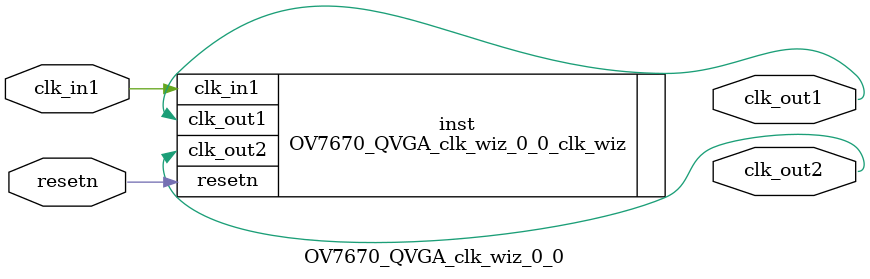
<source format=v>


`timescale 1ps/1ps

(* CORE_GENERATION_INFO = "OV7670_QVGA_clk_wiz_0_0,clk_wiz_v6_0_3_0_0,{component_name=OV7670_QVGA_clk_wiz_0_0,use_phase_alignment=true,use_min_o_jitter=false,use_max_i_jitter=false,use_dyn_phase_shift=false,use_inclk_switchover=false,use_dyn_reconfig=false,enable_axi=0,feedback_source=FDBK_AUTO,PRIMITIVE=MMCM,num_out_clk=2,clkin1_period=10.000,clkin2_period=10.000,use_power_down=false,use_reset=true,use_locked=false,use_inclk_stopped=false,feedback_type=SINGLE,CLOCK_MGR_TYPE=NA,manual_override=false}" *)

module OV7670_QVGA_clk_wiz_0_0 
 (
  // Clock out ports
  output        clk_out1,
  output        clk_out2,
  // Status and control signals
  input         resetn,
 // Clock in ports
  input         clk_in1
 );

  OV7670_QVGA_clk_wiz_0_0_clk_wiz inst
  (
  // Clock out ports  
  .clk_out1(clk_out1),
  .clk_out2(clk_out2),
  // Status and control signals               
  .resetn(resetn), 
 // Clock in ports
  .clk_in1(clk_in1)
  );

endmodule

</source>
